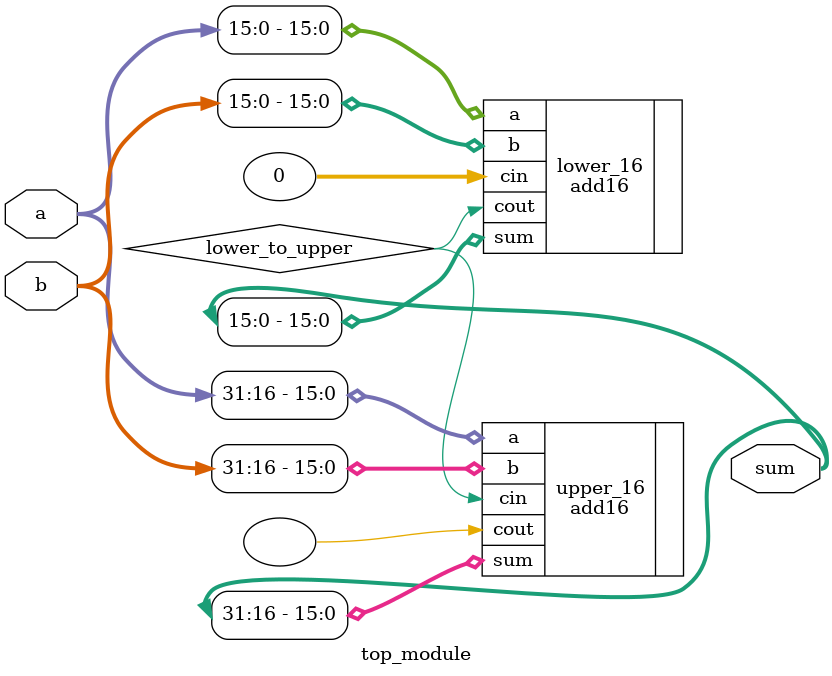
<source format=v>
module top_module(
    input [31:0] a,
    input [31:0] b,
    output [31:0] sum
);

    wire lower_to_upper;
    
    add16 lower_16 (.a(a[15:0]), .b(b[15:0]), .cin(0), .cout(lower_to_upper), .sum(sum[15:0]));
    add16 upper_16 (.a(a[31:16]), .b(b[31:16]), .cin(lower_to_upper), .cout(/* OPEN */), .sum(sum[31:16]));
    
endmodule


</source>
